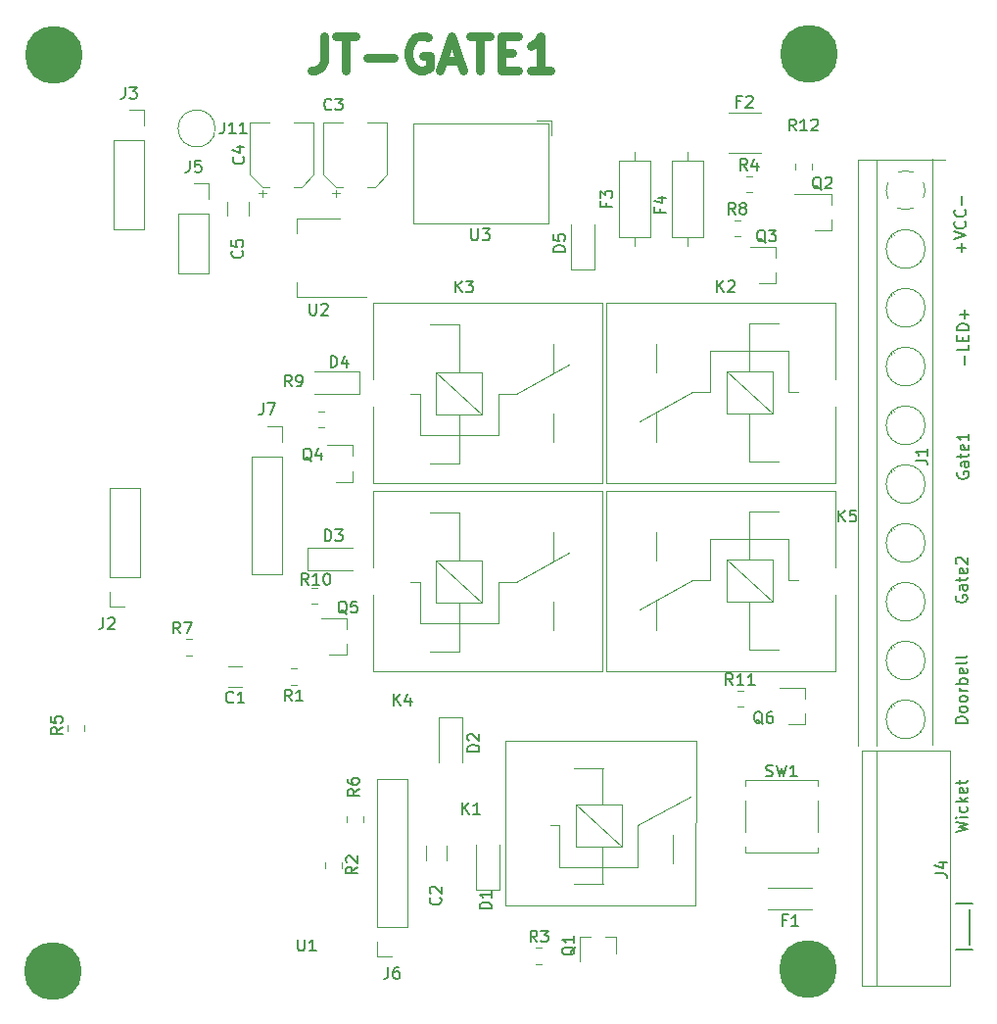
<source format=gbr>
%TF.GenerationSoftware,KiCad,Pcbnew,6.0.4-6f826c9f35~116~ubuntu22.04.1*%
%TF.CreationDate,2022-04-22T21:12:32+02:00*%
%TF.ProjectId,BRAMA,4252414d-412e-46b6-9963-61645f706362,rev?*%
%TF.SameCoordinates,Original*%
%TF.FileFunction,Legend,Top*%
%TF.FilePolarity,Positive*%
%FSLAX46Y46*%
G04 Gerber Fmt 4.6, Leading zero omitted, Abs format (unit mm)*
G04 Created by KiCad (PCBNEW 6.0.4-6f826c9f35~116~ubuntu22.04.1) date 2022-04-22 21:12:32*
%MOMM*%
%LPD*%
G01*
G04 APERTURE LIST*
%ADD10C,0.150000*%
%ADD11C,0.750000*%
%ADD12C,0.254000*%
%ADD13C,0.120000*%
%ADD14C,5.000000*%
G04 APERTURE END LIST*
D10*
X228163380Y-108163952D02*
X227163380Y-108163952D01*
X227163380Y-107925857D01*
X227211000Y-107783000D01*
X227306238Y-107687761D01*
X227401476Y-107640142D01*
X227591952Y-107592523D01*
X227734809Y-107592523D01*
X227925285Y-107640142D01*
X228020523Y-107687761D01*
X228115761Y-107783000D01*
X228163380Y-107925857D01*
X228163380Y-108163952D01*
X228163380Y-107021095D02*
X228115761Y-107116333D01*
X228068142Y-107163952D01*
X227972904Y-107211571D01*
X227687190Y-107211571D01*
X227591952Y-107163952D01*
X227544333Y-107116333D01*
X227496714Y-107021095D01*
X227496714Y-106878238D01*
X227544333Y-106783000D01*
X227591952Y-106735380D01*
X227687190Y-106687761D01*
X227972904Y-106687761D01*
X228068142Y-106735380D01*
X228115761Y-106783000D01*
X228163380Y-106878238D01*
X228163380Y-107021095D01*
X228163380Y-106116333D02*
X228115761Y-106211571D01*
X228068142Y-106259190D01*
X227972904Y-106306809D01*
X227687190Y-106306809D01*
X227591952Y-106259190D01*
X227544333Y-106211571D01*
X227496714Y-106116333D01*
X227496714Y-105973476D01*
X227544333Y-105878238D01*
X227591952Y-105830619D01*
X227687190Y-105783000D01*
X227972904Y-105783000D01*
X228068142Y-105830619D01*
X228115761Y-105878238D01*
X228163380Y-105973476D01*
X228163380Y-106116333D01*
X228163380Y-105354428D02*
X227496714Y-105354428D01*
X227687190Y-105354428D02*
X227591952Y-105306809D01*
X227544333Y-105259190D01*
X227496714Y-105163952D01*
X227496714Y-105068714D01*
X228163380Y-104735380D02*
X227163380Y-104735380D01*
X227544333Y-104735380D02*
X227496714Y-104640142D01*
X227496714Y-104449666D01*
X227544333Y-104354428D01*
X227591952Y-104306809D01*
X227687190Y-104259190D01*
X227972904Y-104259190D01*
X228068142Y-104306809D01*
X228115761Y-104354428D01*
X228163380Y-104449666D01*
X228163380Y-104640142D01*
X228115761Y-104735380D01*
X228115761Y-103449666D02*
X228163380Y-103544904D01*
X228163380Y-103735380D01*
X228115761Y-103830619D01*
X228020523Y-103878238D01*
X227639571Y-103878238D01*
X227544333Y-103830619D01*
X227496714Y-103735380D01*
X227496714Y-103544904D01*
X227544333Y-103449666D01*
X227639571Y-103402047D01*
X227734809Y-103402047D01*
X227830047Y-103878238D01*
X228163380Y-102830619D02*
X228115761Y-102925857D01*
X228020523Y-102973476D01*
X227163380Y-102973476D01*
X228163380Y-102306809D02*
X228115761Y-102402047D01*
X228020523Y-102449666D01*
X227163380Y-102449666D01*
X227211000Y-97138952D02*
X227163380Y-97234190D01*
X227163380Y-97377047D01*
X227211000Y-97519904D01*
X227306238Y-97615142D01*
X227401476Y-97662761D01*
X227591952Y-97710380D01*
X227734809Y-97710380D01*
X227925285Y-97662761D01*
X228020523Y-97615142D01*
X228115761Y-97519904D01*
X228163380Y-97377047D01*
X228163380Y-97281809D01*
X228115761Y-97138952D01*
X228068142Y-97091333D01*
X227734809Y-97091333D01*
X227734809Y-97281809D01*
X228163380Y-96234190D02*
X227639571Y-96234190D01*
X227544333Y-96281809D01*
X227496714Y-96377047D01*
X227496714Y-96567523D01*
X227544333Y-96662761D01*
X228115761Y-96234190D02*
X228163380Y-96329428D01*
X228163380Y-96567523D01*
X228115761Y-96662761D01*
X228020523Y-96710380D01*
X227925285Y-96710380D01*
X227830047Y-96662761D01*
X227782428Y-96567523D01*
X227782428Y-96329428D01*
X227734809Y-96234190D01*
X227496714Y-95900857D02*
X227496714Y-95519904D01*
X227163380Y-95758000D02*
X228020523Y-95758000D01*
X228115761Y-95710380D01*
X228163380Y-95615142D01*
X228163380Y-95519904D01*
X228115761Y-94805619D02*
X228163380Y-94900857D01*
X228163380Y-95091333D01*
X228115761Y-95186571D01*
X228020523Y-95234190D01*
X227639571Y-95234190D01*
X227544333Y-95186571D01*
X227496714Y-95091333D01*
X227496714Y-94900857D01*
X227544333Y-94805619D01*
X227639571Y-94758000D01*
X227734809Y-94758000D01*
X227830047Y-95234190D01*
X227258619Y-94377047D02*
X227211000Y-94329428D01*
X227163380Y-94234190D01*
X227163380Y-93996095D01*
X227211000Y-93900857D01*
X227258619Y-93853238D01*
X227353857Y-93805619D01*
X227449095Y-93805619D01*
X227591952Y-93853238D01*
X228163380Y-94424666D01*
X228163380Y-93805619D01*
X227909428Y-77160142D02*
X227909428Y-76398238D01*
X228290380Y-75445857D02*
X228290380Y-75922047D01*
X227290380Y-75922047D01*
X227766571Y-75112523D02*
X227766571Y-74779190D01*
X228290380Y-74636333D02*
X228290380Y-75112523D01*
X227290380Y-75112523D01*
X227290380Y-74636333D01*
X228290380Y-74207761D02*
X227290380Y-74207761D01*
X227290380Y-73969666D01*
X227338000Y-73826809D01*
X227433238Y-73731571D01*
X227528476Y-73683952D01*
X227718952Y-73636333D01*
X227861809Y-73636333D01*
X228052285Y-73683952D01*
X228147523Y-73731571D01*
X228242761Y-73826809D01*
X228290380Y-73969666D01*
X228290380Y-74207761D01*
X227909428Y-73207761D02*
X227909428Y-72445857D01*
X228290380Y-72826809D02*
X227528476Y-72826809D01*
X227163380Y-117530285D02*
X228163380Y-117292190D01*
X227449095Y-117101714D01*
X228163380Y-116911238D01*
X227163380Y-116673142D01*
X228163380Y-116292190D02*
X227496714Y-116292190D01*
X227163380Y-116292190D02*
X227211000Y-116339809D01*
X227258619Y-116292190D01*
X227211000Y-116244571D01*
X227163380Y-116292190D01*
X227258619Y-116292190D01*
X228115761Y-115387428D02*
X228163380Y-115482666D01*
X228163380Y-115673142D01*
X228115761Y-115768380D01*
X228068142Y-115816000D01*
X227972904Y-115863619D01*
X227687190Y-115863619D01*
X227591952Y-115816000D01*
X227544333Y-115768380D01*
X227496714Y-115673142D01*
X227496714Y-115482666D01*
X227544333Y-115387428D01*
X228163380Y-114958857D02*
X227163380Y-114958857D01*
X227782428Y-114863619D02*
X228163380Y-114577904D01*
X227496714Y-114577904D02*
X227877666Y-114958857D01*
X228115761Y-113768380D02*
X228163380Y-113863619D01*
X228163380Y-114054095D01*
X228115761Y-114149333D01*
X228020523Y-114196952D01*
X227639571Y-114196952D01*
X227544333Y-114149333D01*
X227496714Y-114054095D01*
X227496714Y-113863619D01*
X227544333Y-113768380D01*
X227639571Y-113720761D01*
X227734809Y-113720761D01*
X227830047Y-114196952D01*
X227496714Y-113435047D02*
X227496714Y-113054095D01*
X227163380Y-113292190D02*
X228020523Y-113292190D01*
X228115761Y-113244571D01*
X228163380Y-113149333D01*
X228163380Y-113054095D01*
X227655428Y-67452571D02*
X227655428Y-66690666D01*
X228036380Y-67071619D02*
X227274476Y-67071619D01*
X227036380Y-66357333D02*
X228036380Y-66024000D01*
X227036380Y-65690666D01*
X227941142Y-64785904D02*
X227988761Y-64833523D01*
X228036380Y-64976380D01*
X228036380Y-65071619D01*
X227988761Y-65214476D01*
X227893523Y-65309714D01*
X227798285Y-65357333D01*
X227607809Y-65404952D01*
X227464952Y-65404952D01*
X227274476Y-65357333D01*
X227179238Y-65309714D01*
X227084000Y-65214476D01*
X227036380Y-65071619D01*
X227036380Y-64976380D01*
X227084000Y-64833523D01*
X227131619Y-64785904D01*
X227941142Y-63785904D02*
X227988761Y-63833523D01*
X228036380Y-63976380D01*
X228036380Y-64071619D01*
X227988761Y-64214476D01*
X227893523Y-64309714D01*
X227798285Y-64357333D01*
X227607809Y-64404952D01*
X227464952Y-64404952D01*
X227274476Y-64357333D01*
X227179238Y-64309714D01*
X227084000Y-64214476D01*
X227036380Y-64071619D01*
X227036380Y-63976380D01*
X227084000Y-63833523D01*
X227131619Y-63785904D01*
X227655428Y-63357333D02*
X227655428Y-62595428D01*
X228623714Y-127730000D02*
X227195142Y-127730000D01*
X228385619Y-127253809D02*
X228385619Y-126491904D01*
X228385619Y-126491904D02*
X228385619Y-125730000D01*
X228385619Y-125730000D02*
X228385619Y-124968095D01*
X228385619Y-124968095D02*
X228385619Y-124206190D01*
X228623714Y-123730000D02*
X227195142Y-123730000D01*
D11*
X172578285Y-48776142D02*
X172578285Y-50919000D01*
X172435428Y-51347571D01*
X172149714Y-51633285D01*
X171721142Y-51776142D01*
X171435428Y-51776142D01*
X173578285Y-48776142D02*
X175292571Y-48776142D01*
X174435428Y-51776142D02*
X174435428Y-48776142D01*
X176292571Y-50633285D02*
X178578285Y-50633285D01*
X181578285Y-48919000D02*
X181292571Y-48776142D01*
X180864000Y-48776142D01*
X180435428Y-48919000D01*
X180149714Y-49204714D01*
X180006857Y-49490428D01*
X179864000Y-50061857D01*
X179864000Y-50490428D01*
X180006857Y-51061857D01*
X180149714Y-51347571D01*
X180435428Y-51633285D01*
X180864000Y-51776142D01*
X181149714Y-51776142D01*
X181578285Y-51633285D01*
X181721142Y-51490428D01*
X181721142Y-50490428D01*
X181149714Y-50490428D01*
X182864000Y-50919000D02*
X184292571Y-50919000D01*
X182578285Y-51776142D02*
X183578285Y-48776142D01*
X184578285Y-51776142D01*
X185149714Y-48776142D02*
X186864000Y-48776142D01*
X186006857Y-51776142D02*
X186006857Y-48776142D01*
X187864000Y-50204714D02*
X188864000Y-50204714D01*
X189292571Y-51776142D02*
X187864000Y-51776142D01*
X187864000Y-48776142D01*
X189292571Y-48776142D01*
X192149714Y-51776142D02*
X190435428Y-51776142D01*
X191292571Y-51776142D02*
X191292571Y-48776142D01*
X191006857Y-49204714D01*
X190721142Y-49490428D01*
X190435428Y-49633285D01*
D10*
X227338000Y-86470952D02*
X227290380Y-86566190D01*
X227290380Y-86709047D01*
X227338000Y-86851904D01*
X227433238Y-86947142D01*
X227528476Y-86994761D01*
X227718952Y-87042380D01*
X227861809Y-87042380D01*
X228052285Y-86994761D01*
X228147523Y-86947142D01*
X228242761Y-86851904D01*
X228290380Y-86709047D01*
X228290380Y-86613809D01*
X228242761Y-86470952D01*
X228195142Y-86423333D01*
X227861809Y-86423333D01*
X227861809Y-86613809D01*
X228290380Y-85566190D02*
X227766571Y-85566190D01*
X227671333Y-85613809D01*
X227623714Y-85709047D01*
X227623714Y-85899523D01*
X227671333Y-85994761D01*
X228242761Y-85566190D02*
X228290380Y-85661428D01*
X228290380Y-85899523D01*
X228242761Y-85994761D01*
X228147523Y-86042380D01*
X228052285Y-86042380D01*
X227957047Y-85994761D01*
X227909428Y-85899523D01*
X227909428Y-85661428D01*
X227861809Y-85566190D01*
X227623714Y-85232857D02*
X227623714Y-84851904D01*
X227290380Y-85090000D02*
X228147523Y-85090000D01*
X228242761Y-85042380D01*
X228290380Y-84947142D01*
X228290380Y-84851904D01*
X228242761Y-84137619D02*
X228290380Y-84232857D01*
X228290380Y-84423333D01*
X228242761Y-84518571D01*
X228147523Y-84566190D01*
X227766571Y-84566190D01*
X227671333Y-84518571D01*
X227623714Y-84423333D01*
X227623714Y-84232857D01*
X227671333Y-84137619D01*
X227766571Y-84090000D01*
X227861809Y-84090000D01*
X227957047Y-84566190D01*
X228290380Y-83137619D02*
X228290380Y-83709047D01*
X228290380Y-83423333D02*
X227290380Y-83423333D01*
X227433238Y-83518571D01*
X227528476Y-83613809D01*
X227576095Y-83709047D01*
%TO.C,J1*%
X223686380Y-85436333D02*
X224400666Y-85436333D01*
X224543523Y-85483952D01*
X224638761Y-85579190D01*
X224686380Y-85722047D01*
X224686380Y-85817285D01*
X224686380Y-84436333D02*
X224686380Y-85007761D01*
X224686380Y-84722047D02*
X223686380Y-84722047D01*
X223829238Y-84817285D01*
X223924476Y-84912523D01*
X223972095Y-85007761D01*
%TO.C,R8*%
X208113333Y-64207380D02*
X207780000Y-63731190D01*
X207541904Y-64207380D02*
X207541904Y-63207380D01*
X207922857Y-63207380D01*
X208018095Y-63255000D01*
X208065714Y-63302619D01*
X208113333Y-63397857D01*
X208113333Y-63540714D01*
X208065714Y-63635952D01*
X208018095Y-63683571D01*
X207922857Y-63731190D01*
X207541904Y-63731190D01*
X208684761Y-63635952D02*
X208589523Y-63588333D01*
X208541904Y-63540714D01*
X208494285Y-63445476D01*
X208494285Y-63397857D01*
X208541904Y-63302619D01*
X208589523Y-63255000D01*
X208684761Y-63207380D01*
X208875238Y-63207380D01*
X208970476Y-63255000D01*
X209018095Y-63302619D01*
X209065714Y-63397857D01*
X209065714Y-63445476D01*
X209018095Y-63540714D01*
X208970476Y-63588333D01*
X208875238Y-63635952D01*
X208684761Y-63635952D01*
X208589523Y-63683571D01*
X208541904Y-63731190D01*
X208494285Y-63826428D01*
X208494285Y-64016904D01*
X208541904Y-64112142D01*
X208589523Y-64159761D01*
X208684761Y-64207380D01*
X208875238Y-64207380D01*
X208970476Y-64159761D01*
X209018095Y-64112142D01*
X209065714Y-64016904D01*
X209065714Y-63826428D01*
X209018095Y-63731190D01*
X208970476Y-63683571D01*
X208875238Y-63635952D01*
%TO.C,J3*%
X155368666Y-53197380D02*
X155368666Y-53911666D01*
X155321047Y-54054523D01*
X155225809Y-54149761D01*
X155082952Y-54197380D01*
X154987714Y-54197380D01*
X155749619Y-53197380D02*
X156368666Y-53197380D01*
X156035333Y-53578333D01*
X156178190Y-53578333D01*
X156273428Y-53625952D01*
X156321047Y-53673571D01*
X156368666Y-53768809D01*
X156368666Y-54006904D01*
X156321047Y-54102142D01*
X156273428Y-54149761D01*
X156178190Y-54197380D01*
X155892476Y-54197380D01*
X155797238Y-54149761D01*
X155749619Y-54102142D01*
%TO.C,R2*%
X175457380Y-120571666D02*
X174981190Y-120905000D01*
X175457380Y-121143095D02*
X174457380Y-121143095D01*
X174457380Y-120762142D01*
X174505000Y-120666904D01*
X174552619Y-120619285D01*
X174647857Y-120571666D01*
X174790714Y-120571666D01*
X174885952Y-120619285D01*
X174933571Y-120666904D01*
X174981190Y-120762142D01*
X174981190Y-121143095D01*
X174552619Y-120190714D02*
X174505000Y-120143095D01*
X174457380Y-120047857D01*
X174457380Y-119809761D01*
X174505000Y-119714523D01*
X174552619Y-119666904D01*
X174647857Y-119619285D01*
X174743095Y-119619285D01*
X174885952Y-119666904D01*
X175457380Y-120238333D01*
X175457380Y-119619285D01*
%TO.C,Q2*%
X215550761Y-62055619D02*
X215455523Y-62008000D01*
X215360285Y-61912761D01*
X215217428Y-61769904D01*
X215122190Y-61722285D01*
X215026952Y-61722285D01*
X215074571Y-61960380D02*
X214979333Y-61912761D01*
X214884095Y-61817523D01*
X214836476Y-61627047D01*
X214836476Y-61293714D01*
X214884095Y-61103238D01*
X214979333Y-61008000D01*
X215074571Y-60960380D01*
X215265047Y-60960380D01*
X215360285Y-61008000D01*
X215455523Y-61103238D01*
X215503142Y-61293714D01*
X215503142Y-61627047D01*
X215455523Y-61817523D01*
X215360285Y-61912761D01*
X215265047Y-61960380D01*
X215074571Y-61960380D01*
X215884095Y-61055619D02*
X215931714Y-61008000D01*
X216026952Y-60960380D01*
X216265047Y-60960380D01*
X216360285Y-61008000D01*
X216407904Y-61055619D01*
X216455523Y-61150857D01*
X216455523Y-61246095D01*
X216407904Y-61388952D01*
X215836476Y-61960380D01*
X216455523Y-61960380D01*
%TO.C,C2*%
X182602142Y-123229666D02*
X182649761Y-123277285D01*
X182697380Y-123420142D01*
X182697380Y-123515380D01*
X182649761Y-123658238D01*
X182554523Y-123753476D01*
X182459285Y-123801095D01*
X182268809Y-123848714D01*
X182125952Y-123848714D01*
X181935476Y-123801095D01*
X181840238Y-123753476D01*
X181745000Y-123658238D01*
X181697380Y-123515380D01*
X181697380Y-123420142D01*
X181745000Y-123277285D01*
X181792619Y-123229666D01*
X181792619Y-122848714D02*
X181745000Y-122801095D01*
X181697380Y-122705857D01*
X181697380Y-122467761D01*
X181745000Y-122372523D01*
X181792619Y-122324904D01*
X181887857Y-122277285D01*
X181983095Y-122277285D01*
X182125952Y-122324904D01*
X182697380Y-122896333D01*
X182697380Y-122277285D01*
%TO.C,Q5*%
X174529761Y-98718619D02*
X174434523Y-98671000D01*
X174339285Y-98575761D01*
X174196428Y-98432904D01*
X174101190Y-98385285D01*
X174005952Y-98385285D01*
X174053571Y-98623380D02*
X173958333Y-98575761D01*
X173863095Y-98480523D01*
X173815476Y-98290047D01*
X173815476Y-97956714D01*
X173863095Y-97766238D01*
X173958333Y-97671000D01*
X174053571Y-97623380D01*
X174244047Y-97623380D01*
X174339285Y-97671000D01*
X174434523Y-97766238D01*
X174482142Y-97956714D01*
X174482142Y-98290047D01*
X174434523Y-98480523D01*
X174339285Y-98575761D01*
X174244047Y-98623380D01*
X174053571Y-98623380D01*
X175386904Y-97623380D02*
X174910714Y-97623380D01*
X174863095Y-98099571D01*
X174910714Y-98051952D01*
X175005952Y-98004333D01*
X175244047Y-98004333D01*
X175339285Y-98051952D01*
X175386904Y-98099571D01*
X175434523Y-98194809D01*
X175434523Y-98432904D01*
X175386904Y-98528142D01*
X175339285Y-98575761D01*
X175244047Y-98623380D01*
X175005952Y-98623380D01*
X174910714Y-98575761D01*
X174863095Y-98528142D01*
%TO.C,K5*%
X217057904Y-90749380D02*
X217057904Y-89749380D01*
X217629333Y-90749380D02*
X217200761Y-90177952D01*
X217629333Y-89749380D02*
X217057904Y-90320809D01*
X218534095Y-89749380D02*
X218057904Y-89749380D01*
X218010285Y-90225571D01*
X218057904Y-90177952D01*
X218153142Y-90130333D01*
X218391238Y-90130333D01*
X218486476Y-90177952D01*
X218534095Y-90225571D01*
X218581714Y-90320809D01*
X218581714Y-90558904D01*
X218534095Y-90654142D01*
X218486476Y-90701761D01*
X218391238Y-90749380D01*
X218153142Y-90749380D01*
X218057904Y-90701761D01*
X218010285Y-90654142D01*
%TO.C,F4*%
X201604571Y-63706333D02*
X201604571Y-64039666D01*
X202128380Y-64039666D02*
X201128380Y-64039666D01*
X201128380Y-63563476D01*
X201461714Y-62753952D02*
X202128380Y-62753952D01*
X201080761Y-62992047D02*
X201795047Y-63230142D01*
X201795047Y-62611095D01*
%TO.C,Q3*%
X210724761Y-66627619D02*
X210629523Y-66580000D01*
X210534285Y-66484761D01*
X210391428Y-66341904D01*
X210296190Y-66294285D01*
X210200952Y-66294285D01*
X210248571Y-66532380D02*
X210153333Y-66484761D01*
X210058095Y-66389523D01*
X210010476Y-66199047D01*
X210010476Y-65865714D01*
X210058095Y-65675238D01*
X210153333Y-65580000D01*
X210248571Y-65532380D01*
X210439047Y-65532380D01*
X210534285Y-65580000D01*
X210629523Y-65675238D01*
X210677142Y-65865714D01*
X210677142Y-66199047D01*
X210629523Y-66389523D01*
X210534285Y-66484761D01*
X210439047Y-66532380D01*
X210248571Y-66532380D01*
X211010476Y-65532380D02*
X211629523Y-65532380D01*
X211296190Y-65913333D01*
X211439047Y-65913333D01*
X211534285Y-65960952D01*
X211581904Y-66008571D01*
X211629523Y-66103809D01*
X211629523Y-66341904D01*
X211581904Y-66437142D01*
X211534285Y-66484761D01*
X211439047Y-66532380D01*
X211153333Y-66532380D01*
X211058095Y-66484761D01*
X211010476Y-66437142D01*
%TO.C,F2*%
X208581666Y-54428571D02*
X208248333Y-54428571D01*
X208248333Y-54952380D02*
X208248333Y-53952380D01*
X208724523Y-53952380D01*
X209057857Y-54047619D02*
X209105476Y-54000000D01*
X209200714Y-53952380D01*
X209438809Y-53952380D01*
X209534047Y-54000000D01*
X209581666Y-54047619D01*
X209629285Y-54142857D01*
X209629285Y-54238095D01*
X209581666Y-54380952D01*
X209010238Y-54952380D01*
X209629285Y-54952380D01*
%TO.C,F3*%
X196948571Y-63198333D02*
X196948571Y-63531666D01*
X197472380Y-63531666D02*
X196472380Y-63531666D01*
X196472380Y-63055476D01*
X196472380Y-62769761D02*
X196472380Y-62150714D01*
X196853333Y-62484047D01*
X196853333Y-62341190D01*
X196900952Y-62245952D01*
X196948571Y-62198333D01*
X197043809Y-62150714D01*
X197281904Y-62150714D01*
X197377142Y-62198333D01*
X197424761Y-62245952D01*
X197472380Y-62341190D01*
X197472380Y-62626904D01*
X197424761Y-62722142D01*
X197377142Y-62769761D01*
%TO.C,K4*%
X178585904Y-106624380D02*
X178585904Y-105624380D01*
X179157333Y-106624380D02*
X178728761Y-106052952D01*
X179157333Y-105624380D02*
X178585904Y-106195809D01*
X180014476Y-105957714D02*
X180014476Y-106624380D01*
X179776380Y-105576761D02*
X179538285Y-106291047D01*
X180157333Y-106291047D01*
%TO.C,Q4*%
X171481761Y-85510619D02*
X171386523Y-85463000D01*
X171291285Y-85367761D01*
X171148428Y-85224904D01*
X171053190Y-85177285D01*
X170957952Y-85177285D01*
X171005571Y-85415380D02*
X170910333Y-85367761D01*
X170815095Y-85272523D01*
X170767476Y-85082047D01*
X170767476Y-84748714D01*
X170815095Y-84558238D01*
X170910333Y-84463000D01*
X171005571Y-84415380D01*
X171196047Y-84415380D01*
X171291285Y-84463000D01*
X171386523Y-84558238D01*
X171434142Y-84748714D01*
X171434142Y-85082047D01*
X171386523Y-85272523D01*
X171291285Y-85367761D01*
X171196047Y-85415380D01*
X171005571Y-85415380D01*
X172291285Y-84748714D02*
X172291285Y-85415380D01*
X172053190Y-84367761D02*
X171815095Y-85082047D01*
X172434142Y-85082047D01*
%TO.C,J4*%
X225385380Y-121110333D02*
X226099666Y-121110333D01*
X226242523Y-121157952D01*
X226337761Y-121253190D01*
X226385380Y-121396047D01*
X226385380Y-121491285D01*
X225718714Y-120205571D02*
X226385380Y-120205571D01*
X225337761Y-120443666D02*
X226052047Y-120681761D01*
X226052047Y-120062714D01*
%TO.C,R1*%
X169768333Y-106242380D02*
X169435000Y-105766190D01*
X169196904Y-106242380D02*
X169196904Y-105242380D01*
X169577857Y-105242380D01*
X169673095Y-105290000D01*
X169720714Y-105337619D01*
X169768333Y-105432857D01*
X169768333Y-105575714D01*
X169720714Y-105670952D01*
X169673095Y-105718571D01*
X169577857Y-105766190D01*
X169196904Y-105766190D01*
X170720714Y-106242380D02*
X170149285Y-106242380D01*
X170435000Y-106242380D02*
X170435000Y-105242380D01*
X170339761Y-105385238D01*
X170244523Y-105480476D01*
X170149285Y-105528095D01*
%TO.C,SW1*%
X210756666Y-112709761D02*
X210899523Y-112757380D01*
X211137619Y-112757380D01*
X211232857Y-112709761D01*
X211280476Y-112662142D01*
X211328095Y-112566904D01*
X211328095Y-112471666D01*
X211280476Y-112376428D01*
X211232857Y-112328809D01*
X211137619Y-112281190D01*
X210947142Y-112233571D01*
X210851904Y-112185952D01*
X210804285Y-112138333D01*
X210756666Y-112043095D01*
X210756666Y-111947857D01*
X210804285Y-111852619D01*
X210851904Y-111805000D01*
X210947142Y-111757380D01*
X211185238Y-111757380D01*
X211328095Y-111805000D01*
X211661428Y-111757380D02*
X211899523Y-112757380D01*
X212090000Y-112043095D01*
X212280476Y-112757380D01*
X212518571Y-111757380D01*
X213423333Y-112757380D02*
X212851904Y-112757380D01*
X213137619Y-112757380D02*
X213137619Y-111757380D01*
X213042380Y-111900238D01*
X212947142Y-111995476D01*
X212851904Y-112043095D01*
%TO.C,U2*%
X171323095Y-71897380D02*
X171323095Y-72706904D01*
X171370714Y-72802142D01*
X171418333Y-72849761D01*
X171513571Y-72897380D01*
X171704047Y-72897380D01*
X171799285Y-72849761D01*
X171846904Y-72802142D01*
X171894523Y-72706904D01*
X171894523Y-71897380D01*
X172323095Y-71992619D02*
X172370714Y-71945000D01*
X172465952Y-71897380D01*
X172704047Y-71897380D01*
X172799285Y-71945000D01*
X172846904Y-71992619D01*
X172894523Y-72087857D01*
X172894523Y-72183095D01*
X172846904Y-72325952D01*
X172275476Y-72897380D01*
X172894523Y-72897380D01*
%TO.C,R3*%
X190968333Y-127072380D02*
X190635000Y-126596190D01*
X190396904Y-127072380D02*
X190396904Y-126072380D01*
X190777857Y-126072380D01*
X190873095Y-126120000D01*
X190920714Y-126167619D01*
X190968333Y-126262857D01*
X190968333Y-126405714D01*
X190920714Y-126500952D01*
X190873095Y-126548571D01*
X190777857Y-126596190D01*
X190396904Y-126596190D01*
X191301666Y-126072380D02*
X191920714Y-126072380D01*
X191587380Y-126453333D01*
X191730238Y-126453333D01*
X191825476Y-126500952D01*
X191873095Y-126548571D01*
X191920714Y-126643809D01*
X191920714Y-126881904D01*
X191873095Y-126977142D01*
X191825476Y-127024761D01*
X191730238Y-127072380D01*
X191444523Y-127072380D01*
X191349285Y-127024761D01*
X191301666Y-126977142D01*
%TO.C,U1*%
X170307095Y-126833380D02*
X170307095Y-127642904D01*
X170354714Y-127738142D01*
X170402333Y-127785761D01*
X170497571Y-127833380D01*
X170688047Y-127833380D01*
X170783285Y-127785761D01*
X170830904Y-127738142D01*
X170878523Y-127642904D01*
X170878523Y-126833380D01*
X171878523Y-127833380D02*
X171307095Y-127833380D01*
X171592809Y-127833380D02*
X171592809Y-126833380D01*
X171497571Y-126976238D01*
X171402333Y-127071476D01*
X171307095Y-127119095D01*
%TO.C,C4*%
X165567142Y-59221666D02*
X165614761Y-59269285D01*
X165662380Y-59412142D01*
X165662380Y-59507380D01*
X165614761Y-59650238D01*
X165519523Y-59745476D01*
X165424285Y-59793095D01*
X165233809Y-59840714D01*
X165090952Y-59840714D01*
X164900476Y-59793095D01*
X164805238Y-59745476D01*
X164710000Y-59650238D01*
X164662380Y-59507380D01*
X164662380Y-59412142D01*
X164710000Y-59269285D01*
X164757619Y-59221666D01*
X164995714Y-58364523D02*
X165662380Y-58364523D01*
X164614761Y-58602619D02*
X165329047Y-58840714D01*
X165329047Y-58221666D01*
%TO.C,R12*%
X213352142Y-56967380D02*
X213018809Y-56491190D01*
X212780714Y-56967380D02*
X212780714Y-55967380D01*
X213161666Y-55967380D01*
X213256904Y-56015000D01*
X213304523Y-56062619D01*
X213352142Y-56157857D01*
X213352142Y-56300714D01*
X213304523Y-56395952D01*
X213256904Y-56443571D01*
X213161666Y-56491190D01*
X212780714Y-56491190D01*
X214304523Y-56967380D02*
X213733095Y-56967380D01*
X214018809Y-56967380D02*
X214018809Y-55967380D01*
X213923571Y-56110238D01*
X213828333Y-56205476D01*
X213733095Y-56253095D01*
X214685476Y-56062619D02*
X214733095Y-56015000D01*
X214828333Y-55967380D01*
X215066428Y-55967380D01*
X215161666Y-56015000D01*
X215209285Y-56062619D01*
X215256904Y-56157857D01*
X215256904Y-56253095D01*
X215209285Y-56395952D01*
X214637857Y-56967380D01*
X215256904Y-56967380D01*
%TO.C,D5*%
X193397380Y-67413095D02*
X192397380Y-67413095D01*
X192397380Y-67175000D01*
X192445000Y-67032142D01*
X192540238Y-66936904D01*
X192635476Y-66889285D01*
X192825952Y-66841666D01*
X192968809Y-66841666D01*
X193159285Y-66889285D01*
X193254523Y-66936904D01*
X193349761Y-67032142D01*
X193397380Y-67175000D01*
X193397380Y-67413095D01*
X192397380Y-65936904D02*
X192397380Y-66413095D01*
X192873571Y-66460714D01*
X192825952Y-66413095D01*
X192778333Y-66317857D01*
X192778333Y-66079761D01*
X192825952Y-65984523D01*
X192873571Y-65936904D01*
X192968809Y-65889285D01*
X193206904Y-65889285D01*
X193302142Y-65936904D01*
X193349761Y-65984523D01*
X193397380Y-66079761D01*
X193397380Y-66317857D01*
X193349761Y-66413095D01*
X193302142Y-66460714D01*
%TO.C,R5*%
X149931380Y-108497666D02*
X149455190Y-108831000D01*
X149931380Y-109069095D02*
X148931380Y-109069095D01*
X148931380Y-108688142D01*
X148979000Y-108592904D01*
X149026619Y-108545285D01*
X149121857Y-108497666D01*
X149264714Y-108497666D01*
X149359952Y-108545285D01*
X149407571Y-108592904D01*
X149455190Y-108688142D01*
X149455190Y-109069095D01*
X148931380Y-107592904D02*
X148931380Y-108069095D01*
X149407571Y-108116714D01*
X149359952Y-108069095D01*
X149312333Y-107973857D01*
X149312333Y-107735761D01*
X149359952Y-107640523D01*
X149407571Y-107592904D01*
X149502809Y-107545285D01*
X149740904Y-107545285D01*
X149836142Y-107592904D01*
X149883761Y-107640523D01*
X149931380Y-107735761D01*
X149931380Y-107973857D01*
X149883761Y-108069095D01*
X149836142Y-108116714D01*
%TO.C,C1*%
X164715833Y-106317142D02*
X164668214Y-106364761D01*
X164525357Y-106412380D01*
X164430119Y-106412380D01*
X164287261Y-106364761D01*
X164192023Y-106269523D01*
X164144404Y-106174285D01*
X164096785Y-105983809D01*
X164096785Y-105840952D01*
X164144404Y-105650476D01*
X164192023Y-105555238D01*
X164287261Y-105460000D01*
X164430119Y-105412380D01*
X164525357Y-105412380D01*
X164668214Y-105460000D01*
X164715833Y-105507619D01*
X165668214Y-106412380D02*
X165096785Y-106412380D01*
X165382500Y-106412380D02*
X165382500Y-105412380D01*
X165287261Y-105555238D01*
X165192023Y-105650476D01*
X165096785Y-105698095D01*
%TO.C,R6*%
X175585380Y-113831666D02*
X175109190Y-114165000D01*
X175585380Y-114403095D02*
X174585380Y-114403095D01*
X174585380Y-114022142D01*
X174633000Y-113926904D01*
X174680619Y-113879285D01*
X174775857Y-113831666D01*
X174918714Y-113831666D01*
X175013952Y-113879285D01*
X175061571Y-113926904D01*
X175109190Y-114022142D01*
X175109190Y-114403095D01*
X174585380Y-112974523D02*
X174585380Y-113165000D01*
X174633000Y-113260238D01*
X174680619Y-113307857D01*
X174823476Y-113403095D01*
X175013952Y-113450714D01*
X175394904Y-113450714D01*
X175490142Y-113403095D01*
X175537761Y-113355476D01*
X175585380Y-113260238D01*
X175585380Y-113069761D01*
X175537761Y-112974523D01*
X175490142Y-112926904D01*
X175394904Y-112879285D01*
X175156809Y-112879285D01*
X175061571Y-112926904D01*
X175013952Y-112974523D01*
X174966333Y-113069761D01*
X174966333Y-113260238D01*
X175013952Y-113355476D01*
X175061571Y-113403095D01*
X175156809Y-113450714D01*
%TO.C,R9*%
X169759333Y-79065380D02*
X169426000Y-78589190D01*
X169187904Y-79065380D02*
X169187904Y-78065380D01*
X169568857Y-78065380D01*
X169664095Y-78113000D01*
X169711714Y-78160619D01*
X169759333Y-78255857D01*
X169759333Y-78398714D01*
X169711714Y-78493952D01*
X169664095Y-78541571D01*
X169568857Y-78589190D01*
X169187904Y-78589190D01*
X170235523Y-79065380D02*
X170426000Y-79065380D01*
X170521238Y-79017761D01*
X170568857Y-78970142D01*
X170664095Y-78827285D01*
X170711714Y-78636809D01*
X170711714Y-78255857D01*
X170664095Y-78160619D01*
X170616476Y-78113000D01*
X170521238Y-78065380D01*
X170330761Y-78065380D01*
X170235523Y-78113000D01*
X170187904Y-78160619D01*
X170140285Y-78255857D01*
X170140285Y-78493952D01*
X170187904Y-78589190D01*
X170235523Y-78636809D01*
X170330761Y-78684428D01*
X170521238Y-78684428D01*
X170616476Y-78636809D01*
X170664095Y-78589190D01*
X170711714Y-78493952D01*
%TO.C,F1*%
X212518666Y-125165571D02*
X212185333Y-125165571D01*
X212185333Y-125689380D02*
X212185333Y-124689380D01*
X212661523Y-124689380D01*
X213566285Y-125689380D02*
X212994857Y-125689380D01*
X213280571Y-125689380D02*
X213280571Y-124689380D01*
X213185333Y-124832238D01*
X213090095Y-124927476D01*
X212994857Y-124975095D01*
%TO.C,R10*%
X171188142Y-96210380D02*
X170854809Y-95734190D01*
X170616714Y-96210380D02*
X170616714Y-95210380D01*
X170997666Y-95210380D01*
X171092904Y-95258000D01*
X171140523Y-95305619D01*
X171188142Y-95400857D01*
X171188142Y-95543714D01*
X171140523Y-95638952D01*
X171092904Y-95686571D01*
X170997666Y-95734190D01*
X170616714Y-95734190D01*
X172140523Y-96210380D02*
X171569095Y-96210380D01*
X171854809Y-96210380D02*
X171854809Y-95210380D01*
X171759571Y-95353238D01*
X171664333Y-95448476D01*
X171569095Y-95496095D01*
X172759571Y-95210380D02*
X172854809Y-95210380D01*
X172950047Y-95258000D01*
X172997666Y-95305619D01*
X173045285Y-95400857D01*
X173092904Y-95591333D01*
X173092904Y-95829428D01*
X173045285Y-96019904D01*
X172997666Y-96115142D01*
X172950047Y-96162761D01*
X172854809Y-96210380D01*
X172759571Y-96210380D01*
X172664333Y-96162761D01*
X172616714Y-96115142D01*
X172569095Y-96019904D01*
X172521476Y-95829428D01*
X172521476Y-95591333D01*
X172569095Y-95400857D01*
X172616714Y-95305619D01*
X172664333Y-95258000D01*
X172759571Y-95210380D01*
%TO.C,R11*%
X207882142Y-104847380D02*
X207548809Y-104371190D01*
X207310714Y-104847380D02*
X207310714Y-103847380D01*
X207691666Y-103847380D01*
X207786904Y-103895000D01*
X207834523Y-103942619D01*
X207882142Y-104037857D01*
X207882142Y-104180714D01*
X207834523Y-104275952D01*
X207786904Y-104323571D01*
X207691666Y-104371190D01*
X207310714Y-104371190D01*
X208834523Y-104847380D02*
X208263095Y-104847380D01*
X208548809Y-104847380D02*
X208548809Y-103847380D01*
X208453571Y-103990238D01*
X208358333Y-104085476D01*
X208263095Y-104133095D01*
X209786904Y-104847380D02*
X209215476Y-104847380D01*
X209501190Y-104847380D02*
X209501190Y-103847380D01*
X209405952Y-103990238D01*
X209310714Y-104085476D01*
X209215476Y-104133095D01*
%TO.C,D3*%
X172616904Y-92432380D02*
X172616904Y-91432380D01*
X172855000Y-91432380D01*
X172997857Y-91480000D01*
X173093095Y-91575238D01*
X173140714Y-91670476D01*
X173188333Y-91860952D01*
X173188333Y-92003809D01*
X173140714Y-92194285D01*
X173093095Y-92289523D01*
X172997857Y-92384761D01*
X172855000Y-92432380D01*
X172616904Y-92432380D01*
X173521666Y-91432380D02*
X174140714Y-91432380D01*
X173807380Y-91813333D01*
X173950238Y-91813333D01*
X174045476Y-91860952D01*
X174093095Y-91908571D01*
X174140714Y-92003809D01*
X174140714Y-92241904D01*
X174093095Y-92337142D01*
X174045476Y-92384761D01*
X173950238Y-92432380D01*
X173664523Y-92432380D01*
X173569285Y-92384761D01*
X173521666Y-92337142D01*
%TO.C,D2*%
X185967380Y-110593095D02*
X184967380Y-110593095D01*
X184967380Y-110355000D01*
X185015000Y-110212142D01*
X185110238Y-110116904D01*
X185205476Y-110069285D01*
X185395952Y-110021666D01*
X185538809Y-110021666D01*
X185729285Y-110069285D01*
X185824523Y-110116904D01*
X185919761Y-110212142D01*
X185967380Y-110355000D01*
X185967380Y-110593095D01*
X185062619Y-109640714D02*
X185015000Y-109593095D01*
X184967380Y-109497857D01*
X184967380Y-109259761D01*
X185015000Y-109164523D01*
X185062619Y-109116904D01*
X185157857Y-109069285D01*
X185253095Y-109069285D01*
X185395952Y-109116904D01*
X185967380Y-109688333D01*
X185967380Y-109069285D01*
%TO.C,C3*%
X173188333Y-55094142D02*
X173140714Y-55141761D01*
X172997857Y-55189380D01*
X172902619Y-55189380D01*
X172759761Y-55141761D01*
X172664523Y-55046523D01*
X172616904Y-54951285D01*
X172569285Y-54760809D01*
X172569285Y-54617952D01*
X172616904Y-54427476D01*
X172664523Y-54332238D01*
X172759761Y-54237000D01*
X172902619Y-54189380D01*
X172997857Y-54189380D01*
X173140714Y-54237000D01*
X173188333Y-54284619D01*
X173521666Y-54189380D02*
X174140714Y-54189380D01*
X173807380Y-54570333D01*
X173950238Y-54570333D01*
X174045476Y-54617952D01*
X174093095Y-54665571D01*
X174140714Y-54760809D01*
X174140714Y-54998904D01*
X174093095Y-55094142D01*
X174045476Y-55141761D01*
X173950238Y-55189380D01*
X173664523Y-55189380D01*
X173569285Y-55141761D01*
X173521666Y-55094142D01*
%TO.C,J2*%
X153463666Y-99020380D02*
X153463666Y-99734666D01*
X153416047Y-99877523D01*
X153320809Y-99972761D01*
X153177952Y-100020380D01*
X153082714Y-100020380D01*
X153892238Y-99115619D02*
X153939857Y-99068000D01*
X154035095Y-99020380D01*
X154273190Y-99020380D01*
X154368428Y-99068000D01*
X154416047Y-99115619D01*
X154463666Y-99210857D01*
X154463666Y-99306095D01*
X154416047Y-99448952D01*
X153844619Y-100020380D01*
X154463666Y-100020380D01*
%TO.C,J7*%
X167306666Y-80502380D02*
X167306666Y-81216666D01*
X167259047Y-81359523D01*
X167163809Y-81454761D01*
X167020952Y-81502380D01*
X166925714Y-81502380D01*
X167687619Y-80502380D02*
X168354285Y-80502380D01*
X167925714Y-81502380D01*
%TO.C,R4*%
X209138333Y-60397380D02*
X208805000Y-59921190D01*
X208566904Y-60397380D02*
X208566904Y-59397380D01*
X208947857Y-59397380D01*
X209043095Y-59445000D01*
X209090714Y-59492619D01*
X209138333Y-59587857D01*
X209138333Y-59730714D01*
X209090714Y-59825952D01*
X209043095Y-59873571D01*
X208947857Y-59921190D01*
X208566904Y-59921190D01*
X209995476Y-59730714D02*
X209995476Y-60397380D01*
X209757380Y-59349761D02*
X209519285Y-60064047D01*
X210138333Y-60064047D01*
%TO.C,K1*%
X184511904Y-116022380D02*
X184511904Y-115022380D01*
X185083333Y-116022380D02*
X184654761Y-115450952D01*
X185083333Y-115022380D02*
X184511904Y-115593809D01*
X186035714Y-116022380D02*
X185464285Y-116022380D01*
X185750000Y-116022380D02*
X185750000Y-115022380D01*
X185654761Y-115165238D01*
X185559523Y-115260476D01*
X185464285Y-115308095D01*
%TO.C,Q1*%
X194262619Y-127460238D02*
X194215000Y-127555476D01*
X194119761Y-127650714D01*
X193976904Y-127793571D01*
X193929285Y-127888809D01*
X193929285Y-127984047D01*
X194167380Y-127936428D02*
X194119761Y-128031666D01*
X194024523Y-128126904D01*
X193834047Y-128174523D01*
X193500714Y-128174523D01*
X193310238Y-128126904D01*
X193215000Y-128031666D01*
X193167380Y-127936428D01*
X193167380Y-127745952D01*
X193215000Y-127650714D01*
X193310238Y-127555476D01*
X193500714Y-127507857D01*
X193834047Y-127507857D01*
X194024523Y-127555476D01*
X194119761Y-127650714D01*
X194167380Y-127745952D01*
X194167380Y-127936428D01*
X194167380Y-126555476D02*
X194167380Y-127126904D01*
X194167380Y-126841190D02*
X193167380Y-126841190D01*
X193310238Y-126936428D01*
X193405476Y-127031666D01*
X193453095Y-127126904D01*
%TO.C,J11*%
X163909476Y-56221380D02*
X163909476Y-56935666D01*
X163861857Y-57078523D01*
X163766619Y-57173761D01*
X163623761Y-57221380D01*
X163528523Y-57221380D01*
X164909476Y-57221380D02*
X164338047Y-57221380D01*
X164623761Y-57221380D02*
X164623761Y-56221380D01*
X164528523Y-56364238D01*
X164433285Y-56459476D01*
X164338047Y-56507095D01*
X165861857Y-57221380D02*
X165290428Y-57221380D01*
X165576142Y-57221380D02*
X165576142Y-56221380D01*
X165480904Y-56364238D01*
X165385666Y-56459476D01*
X165290428Y-56507095D01*
%TO.C,K2*%
X206544904Y-70881380D02*
X206544904Y-69881380D01*
X207116333Y-70881380D02*
X206687761Y-70309952D01*
X207116333Y-69881380D02*
X206544904Y-70452809D01*
X207497285Y-69976619D02*
X207544904Y-69929000D01*
X207640142Y-69881380D01*
X207878238Y-69881380D01*
X207973476Y-69929000D01*
X208021095Y-69976619D01*
X208068714Y-70071857D01*
X208068714Y-70167095D01*
X208021095Y-70309952D01*
X207449666Y-70881380D01*
X208068714Y-70881380D01*
%TO.C,J6*%
X178101666Y-129222380D02*
X178101666Y-129936666D01*
X178054047Y-130079523D01*
X177958809Y-130174761D01*
X177815952Y-130222380D01*
X177720714Y-130222380D01*
X179006428Y-129222380D02*
X178815952Y-129222380D01*
X178720714Y-129270000D01*
X178673095Y-129317619D01*
X178577857Y-129460476D01*
X178530238Y-129650952D01*
X178530238Y-130031904D01*
X178577857Y-130127142D01*
X178625476Y-130174761D01*
X178720714Y-130222380D01*
X178911190Y-130222380D01*
X179006428Y-130174761D01*
X179054047Y-130127142D01*
X179101666Y-130031904D01*
X179101666Y-129793809D01*
X179054047Y-129698571D01*
X179006428Y-129650952D01*
X178911190Y-129603333D01*
X178720714Y-129603333D01*
X178625476Y-129650952D01*
X178577857Y-129698571D01*
X178530238Y-129793809D01*
%TO.C,U3*%
X185293095Y-65432380D02*
X185293095Y-66241904D01*
X185340714Y-66337142D01*
X185388333Y-66384761D01*
X185483571Y-66432380D01*
X185674047Y-66432380D01*
X185769285Y-66384761D01*
X185816904Y-66337142D01*
X185864523Y-66241904D01*
X185864523Y-65432380D01*
X186245476Y-65432380D02*
X186864523Y-65432380D01*
X186531190Y-65813333D01*
X186674047Y-65813333D01*
X186769285Y-65860952D01*
X186816904Y-65908571D01*
X186864523Y-66003809D01*
X186864523Y-66241904D01*
X186816904Y-66337142D01*
X186769285Y-66384761D01*
X186674047Y-66432380D01*
X186388333Y-66432380D01*
X186293095Y-66384761D01*
X186245476Y-66337142D01*
%TO.C,K3*%
X183919904Y-70937380D02*
X183919904Y-69937380D01*
X184491333Y-70937380D02*
X184062761Y-70365952D01*
X184491333Y-69937380D02*
X183919904Y-70508809D01*
X184824666Y-69937380D02*
X185443714Y-69937380D01*
X185110380Y-70318333D01*
X185253238Y-70318333D01*
X185348476Y-70365952D01*
X185396095Y-70413571D01*
X185443714Y-70508809D01*
X185443714Y-70746904D01*
X185396095Y-70842142D01*
X185348476Y-70889761D01*
X185253238Y-70937380D01*
X184967523Y-70937380D01*
X184872285Y-70889761D01*
X184824666Y-70842142D01*
%TO.C,Q6*%
X210470761Y-108243619D02*
X210375523Y-108196000D01*
X210280285Y-108100761D01*
X210137428Y-107957904D01*
X210042190Y-107910285D01*
X209946952Y-107910285D01*
X209994571Y-108148380D02*
X209899333Y-108100761D01*
X209804095Y-108005523D01*
X209756476Y-107815047D01*
X209756476Y-107481714D01*
X209804095Y-107291238D01*
X209899333Y-107196000D01*
X209994571Y-107148380D01*
X210185047Y-107148380D01*
X210280285Y-107196000D01*
X210375523Y-107291238D01*
X210423142Y-107481714D01*
X210423142Y-107815047D01*
X210375523Y-108005523D01*
X210280285Y-108100761D01*
X210185047Y-108148380D01*
X209994571Y-108148380D01*
X211280285Y-107148380D02*
X211089809Y-107148380D01*
X210994571Y-107196000D01*
X210946952Y-107243619D01*
X210851714Y-107386476D01*
X210804095Y-107576952D01*
X210804095Y-107957904D01*
X210851714Y-108053142D01*
X210899333Y-108100761D01*
X210994571Y-108148380D01*
X211185047Y-108148380D01*
X211280285Y-108100761D01*
X211327904Y-108053142D01*
X211375523Y-107957904D01*
X211375523Y-107719809D01*
X211327904Y-107624571D01*
X211280285Y-107576952D01*
X211185047Y-107529333D01*
X210994571Y-107529333D01*
X210899333Y-107576952D01*
X210851714Y-107624571D01*
X210804095Y-107719809D01*
%TO.C,R7*%
X160107333Y-100401380D02*
X159774000Y-99925190D01*
X159535904Y-100401380D02*
X159535904Y-99401380D01*
X159916857Y-99401380D01*
X160012095Y-99449000D01*
X160059714Y-99496619D01*
X160107333Y-99591857D01*
X160107333Y-99734714D01*
X160059714Y-99829952D01*
X160012095Y-99877571D01*
X159916857Y-99925190D01*
X159535904Y-99925190D01*
X160440666Y-99401380D02*
X161107333Y-99401380D01*
X160678761Y-100401380D01*
%TO.C,C5*%
X165457142Y-67349666D02*
X165504761Y-67397285D01*
X165552380Y-67540142D01*
X165552380Y-67635380D01*
X165504761Y-67778238D01*
X165409523Y-67873476D01*
X165314285Y-67921095D01*
X165123809Y-67968714D01*
X164980952Y-67968714D01*
X164790476Y-67921095D01*
X164695238Y-67873476D01*
X164600000Y-67778238D01*
X164552380Y-67635380D01*
X164552380Y-67540142D01*
X164600000Y-67397285D01*
X164647619Y-67349666D01*
X164552380Y-66444904D02*
X164552380Y-66921095D01*
X165028571Y-66968714D01*
X164980952Y-66921095D01*
X164933333Y-66825857D01*
X164933333Y-66587761D01*
X164980952Y-66492523D01*
X165028571Y-66444904D01*
X165123809Y-66397285D01*
X165361904Y-66397285D01*
X165457142Y-66444904D01*
X165504761Y-66492523D01*
X165552380Y-66587761D01*
X165552380Y-66825857D01*
X165504761Y-66921095D01*
X165457142Y-66968714D01*
%TO.C,D1*%
X187015380Y-124182095D02*
X186015380Y-124182095D01*
X186015380Y-123944000D01*
X186063000Y-123801142D01*
X186158238Y-123705904D01*
X186253476Y-123658285D01*
X186443952Y-123610666D01*
X186586809Y-123610666D01*
X186777285Y-123658285D01*
X186872523Y-123705904D01*
X186967761Y-123801142D01*
X187015380Y-123944000D01*
X187015380Y-124182095D01*
X187015380Y-122658285D02*
X187015380Y-123229714D01*
X187015380Y-122944000D02*
X186015380Y-122944000D01*
X186158238Y-123039238D01*
X186253476Y-123134476D01*
X186301095Y-123229714D01*
%TO.C,J5*%
X160956666Y-59547380D02*
X160956666Y-60261666D01*
X160909047Y-60404523D01*
X160813809Y-60499761D01*
X160670952Y-60547380D01*
X160575714Y-60547380D01*
X161909047Y-59547380D02*
X161432857Y-59547380D01*
X161385238Y-60023571D01*
X161432857Y-59975952D01*
X161528095Y-59928333D01*
X161766190Y-59928333D01*
X161861428Y-59975952D01*
X161909047Y-60023571D01*
X161956666Y-60118809D01*
X161956666Y-60356904D01*
X161909047Y-60452142D01*
X161861428Y-60499761D01*
X161766190Y-60547380D01*
X161528095Y-60547380D01*
X161432857Y-60499761D01*
X161385238Y-60452142D01*
%TO.C,D4*%
X173124904Y-77414380D02*
X173124904Y-76414380D01*
X173363000Y-76414380D01*
X173505857Y-76462000D01*
X173601095Y-76557238D01*
X173648714Y-76652476D01*
X173696333Y-76842952D01*
X173696333Y-76985809D01*
X173648714Y-77176285D01*
X173601095Y-77271523D01*
X173505857Y-77366761D01*
X173363000Y-77414380D01*
X173124904Y-77414380D01*
X174553476Y-76747714D02*
X174553476Y-77414380D01*
X174315380Y-76366761D02*
X174077285Y-77081047D01*
X174696333Y-77081047D01*
D12*
%TO.C,pad_3mm*%
X216281000Y-50292000D02*
G75*
G03*
X216281000Y-50292000I-1778000J0D01*
G01*
X216154000Y-129413000D02*
G75*
G03*
X216154000Y-129413000I-1778000J0D01*
G01*
X150876000Y-129540000D02*
G75*
G03*
X150876000Y-129540000I-1778000J0D01*
G01*
X151003000Y-50419000D02*
G75*
G03*
X151003000Y-50419000I-1778000J0D01*
G01*
D13*
%TO.C,J1*%
X218734000Y-59503000D02*
X218734000Y-110103000D01*
X220334000Y-110103000D02*
X220334000Y-59503000D01*
X225134000Y-59403000D02*
X225134000Y-110003000D01*
X218734000Y-59503000D02*
X226234000Y-59503000D01*
X221154000Y-62103000D02*
G75*
G03*
X221299244Y-62786318I1680000J0D01*
G01*
X222150000Y-63638001D02*
G75*
G03*
X223517042Y-63638427I684000J1535001D01*
G01*
X224369001Y-62787000D02*
G75*
G03*
X224369427Y-61419958I-1535001J684000D01*
G01*
X223518000Y-60567999D02*
G75*
G03*
X222150958Y-60567573I-684000J-1535001D01*
G01*
X221299000Y-61419000D02*
G75*
G03*
X221153747Y-62131805I1535000J-684000D01*
G01*
X224514000Y-67183000D02*
G75*
G03*
X224514000Y-67183000I-1680000J0D01*
G01*
X224514000Y-72263000D02*
G75*
G03*
X224514000Y-72263000I-1680000J0D01*
G01*
X224514000Y-77343000D02*
G75*
G03*
X224514000Y-77343000I-1680000J0D01*
G01*
X224514000Y-82423000D02*
G75*
G03*
X224514000Y-82423000I-1680000J0D01*
G01*
X224514000Y-87503000D02*
G75*
G03*
X224514000Y-87503000I-1680000J0D01*
G01*
X224514000Y-92583000D02*
G75*
G03*
X224514000Y-92583000I-1680000J0D01*
G01*
X224514000Y-97663000D02*
G75*
G03*
X224514000Y-97663000I-1680000J0D01*
G01*
X224514000Y-102743000D02*
G75*
G03*
X224514000Y-102743000I-1680000J0D01*
G01*
X224514000Y-107823000D02*
G75*
G03*
X224514000Y-107823000I-1680000J0D01*
G01*
X223903000Y-68458000D02*
X223857000Y-68411000D01*
X221595000Y-66149000D02*
X221560000Y-66114000D01*
X224109000Y-68253000D02*
X224073000Y-68218000D01*
X221811000Y-65956000D02*
X221765000Y-65909000D01*
X223903000Y-73538000D02*
X223857000Y-73491000D01*
X221595000Y-71229000D02*
X221560000Y-71194000D01*
X224109000Y-73333000D02*
X224073000Y-73298000D01*
X221811000Y-71036000D02*
X221765000Y-70989000D01*
X223903000Y-78618000D02*
X223857000Y-78571000D01*
X221595000Y-76309000D02*
X221560000Y-76274000D01*
X224109000Y-78413000D02*
X224073000Y-78378000D01*
X221811000Y-76116000D02*
X221765000Y-76069000D01*
X223903000Y-83698000D02*
X223857000Y-83651000D01*
X221595000Y-81389000D02*
X221560000Y-81354000D01*
X224109000Y-83493000D02*
X224073000Y-83458000D01*
X221811000Y-81196000D02*
X221765000Y-81149000D01*
X223903000Y-88778000D02*
X223857000Y-88731000D01*
X221595000Y-86469000D02*
X221560000Y-86434000D01*
X224109000Y-88573000D02*
X224073000Y-88538000D01*
X221811000Y-86276000D02*
X221765000Y-86229000D01*
X223903000Y-93858000D02*
X223857000Y-93811000D01*
X221595000Y-91549000D02*
X221560000Y-91514000D01*
X224109000Y-93653000D02*
X224073000Y-93618000D01*
X221811000Y-91356000D02*
X221765000Y-91309000D01*
X223903000Y-98938000D02*
X223857000Y-98891000D01*
X221595000Y-96629000D02*
X221560000Y-96594000D01*
X224109000Y-98733000D02*
X224073000Y-98698000D01*
X221811000Y-96436000D02*
X221765000Y-96389000D01*
X223903000Y-104018000D02*
X223857000Y-103971000D01*
X221595000Y-101709000D02*
X221560000Y-101674000D01*
X224109000Y-103813000D02*
X224073000Y-103778000D01*
X221811000Y-101516000D02*
X221765000Y-101469000D01*
X223903000Y-109098000D02*
X223857000Y-109051000D01*
X221595000Y-106789000D02*
X221560000Y-106754000D01*
X224109000Y-108893000D02*
X224073000Y-108858000D01*
X221811000Y-106596000D02*
X221765000Y-106549000D01*
%TO.C,R8*%
X208018748Y-64695000D02*
X208541252Y-64695000D01*
X208018748Y-66115000D02*
X208541252Y-66115000D01*
%TO.C,J3*%
X157032000Y-55185000D02*
X157032000Y-56515000D01*
X154372000Y-65465000D02*
X157032000Y-65465000D01*
X154372000Y-57785000D02*
X157032000Y-57785000D01*
X155702000Y-55185000D02*
X157032000Y-55185000D01*
X154372000Y-57785000D02*
X154372000Y-65465000D01*
X157032000Y-57785000D02*
X157032000Y-65465000D01*
%TO.C,R2*%
X172645000Y-120143748D02*
X172645000Y-120666252D01*
X174065000Y-120143748D02*
X174065000Y-120666252D01*
%TO.C,Q2*%
X216406000Y-65588000D02*
X216406000Y-64658000D01*
X216406000Y-65588000D02*
X214946000Y-65588000D01*
X216406000Y-62428000D02*
X213246000Y-62428000D01*
X216406000Y-62428000D02*
X216406000Y-63358000D01*
%TO.C,C2*%
X181335000Y-118777936D02*
X181335000Y-119982064D01*
X183155000Y-118777936D02*
X183155000Y-119982064D01*
%TO.C,Q5*%
X174480000Y-102225000D02*
X174480000Y-101295000D01*
X174480000Y-99065000D02*
X174480000Y-99995000D01*
X174480000Y-99065000D02*
X172320000Y-99065000D01*
X174480000Y-102225000D02*
X173020000Y-102225000D01*
%TO.C,K5*%
X207333000Y-97635000D02*
X207333000Y-94035000D01*
X196983000Y-103685000D02*
X196983000Y-88085000D01*
X201233000Y-91685000D02*
X201233000Y-94135000D01*
X207333000Y-94035000D02*
X211333000Y-94035000D01*
X212733000Y-95835000D02*
X213533000Y-95835000D01*
X205933000Y-95835000D02*
X205933000Y-92235000D01*
X211333000Y-97635000D02*
X207333000Y-97635000D01*
X216783000Y-94685000D02*
X216783000Y-88085000D01*
X212733000Y-95835000D02*
X212733000Y-92235000D01*
X204433000Y-95835000D02*
X199833000Y-98335000D01*
X196983000Y-88085000D02*
X216783000Y-88085000D01*
X209333000Y-94035000D02*
X209333000Y-89835000D01*
X205933000Y-95835000D02*
X204433000Y-95835000D01*
X201233000Y-100085000D02*
X201233000Y-97585000D01*
X207333000Y-94035000D02*
X211333000Y-97635000D01*
X216783000Y-103685000D02*
X196983000Y-103685000D01*
X211333000Y-94035000D02*
X211333000Y-97635000D01*
X216783000Y-103685000D02*
X216783000Y-97085000D01*
X209333000Y-101835000D02*
X211833000Y-101835000D01*
X205933000Y-92235000D02*
X212733000Y-92235000D01*
X211833000Y-89835000D02*
X209333000Y-89835000D01*
X209333000Y-101835000D02*
X209333000Y-97635000D01*
%TO.C,F4*%
X203962000Y-66905000D02*
X203962000Y-66135000D01*
X202592000Y-59595000D02*
X202592000Y-66135000D01*
X203962000Y-58825000D02*
X203962000Y-59595000D01*
X205332000Y-59595000D02*
X202592000Y-59595000D01*
X205332000Y-66135000D02*
X205332000Y-59595000D01*
X202592000Y-66135000D02*
X205332000Y-66135000D01*
%TO.C,Q3*%
X211580000Y-67000000D02*
X211580000Y-67930000D01*
X211580000Y-70160000D02*
X210120000Y-70160000D01*
X211580000Y-67000000D02*
X209420000Y-67000000D01*
X211580000Y-70160000D02*
X211580000Y-69230000D01*
%TO.C,F2*%
X207528748Y-55440000D02*
X210301252Y-55440000D01*
X207528748Y-58860000D02*
X210301252Y-58860000D01*
%TO.C,F3*%
X200760000Y-66135000D02*
X200760000Y-59595000D01*
X200760000Y-59595000D02*
X198020000Y-59595000D01*
X198020000Y-66135000D02*
X200760000Y-66135000D01*
X199390000Y-66905000D02*
X199390000Y-66135000D01*
X198020000Y-59595000D02*
X198020000Y-66135000D01*
X199390000Y-58825000D02*
X199390000Y-59595000D01*
%TO.C,K4*%
X186240000Y-94135000D02*
X186240000Y-97735000D01*
X196590000Y-103685000D02*
X176790000Y-103685000D01*
X189140000Y-95935000D02*
X193740000Y-93435000D01*
X176790000Y-88085000D02*
X176790000Y-94685000D01*
X184240000Y-97735000D02*
X184240000Y-101935000D01*
X180840000Y-95935000D02*
X180040000Y-95935000D01*
X176790000Y-88085000D02*
X196590000Y-88085000D01*
X186240000Y-97735000D02*
X182240000Y-97735000D01*
X196590000Y-88085000D02*
X196590000Y-103685000D01*
X192340000Y-100085000D02*
X192340000Y-97635000D01*
X181740000Y-101935000D02*
X184240000Y-101935000D01*
X187640000Y-95935000D02*
X187640000Y-99535000D01*
X182240000Y-97735000D02*
X182240000Y-94135000D01*
X176790000Y-97085000D02*
X176790000Y-103685000D01*
X184240000Y-89935000D02*
X181740000Y-89935000D01*
X182240000Y-94135000D02*
X186240000Y-94135000D01*
X186240000Y-97735000D02*
X182240000Y-94135000D01*
X187640000Y-95935000D02*
X189140000Y-95935000D01*
X184240000Y-89935000D02*
X184240000Y-94135000D01*
X180840000Y-95935000D02*
X180840000Y-99535000D01*
X187640000Y-99535000D02*
X180840000Y-99535000D01*
X192340000Y-91685000D02*
X192340000Y-94185000D01*
%TO.C,Q4*%
X175020000Y-84145000D02*
X172860000Y-84145000D01*
X175020000Y-87305000D02*
X175020000Y-86375000D01*
X175020000Y-87305000D02*
X173560000Y-87305000D01*
X175020000Y-84145000D02*
X175020000Y-85075000D01*
%TO.C,J4*%
X220345000Y-130810000D02*
X220345000Y-110490000D01*
X219075000Y-110490000D02*
X219075000Y-130810000D01*
X226695000Y-110490000D02*
X219075000Y-110490000D01*
X219075000Y-130810000D02*
X226695000Y-130810000D01*
X226695000Y-110490000D02*
X226695000Y-130810000D01*
%TO.C,R1*%
X170196252Y-104850000D02*
X169673748Y-104850000D01*
X170196252Y-103430000D02*
X169673748Y-103430000D01*
%TO.C,SW1*%
X208940000Y-113105000D02*
X215240000Y-113105000D01*
X215240000Y-113105000D02*
X215240000Y-113555000D01*
X208940000Y-117555000D02*
X208940000Y-114855000D01*
X208940000Y-118855000D02*
X208940000Y-119305000D01*
X208940000Y-113555000D02*
X208940000Y-113105000D01*
X208940000Y-119305000D02*
X215240000Y-119305000D01*
X215240000Y-114855000D02*
X215240000Y-117555000D01*
X215240000Y-119305000D02*
X215240000Y-118905000D01*
%TO.C,U2*%
X170175000Y-64535000D02*
X170175000Y-65795000D01*
X173935000Y-64535000D02*
X170175000Y-64535000D01*
X176185000Y-71355000D02*
X170175000Y-71355000D01*
X170175000Y-71355000D02*
X170175000Y-70095000D01*
%TO.C,R3*%
X190873748Y-128980000D02*
X191396252Y-128980000D01*
X190873748Y-127560000D02*
X191396252Y-127560000D01*
%TO.C,C4*%
X170605563Y-61815000D02*
X171670000Y-60750563D01*
X166912500Y-62367500D02*
X167537500Y-62367500D01*
X170605563Y-61815000D02*
X169970000Y-61815000D01*
X167214437Y-61815000D02*
X167850000Y-61815000D01*
X167214437Y-61815000D02*
X166150000Y-60750563D01*
X171670000Y-56295000D02*
X169970000Y-56295000D01*
X166150000Y-60750563D02*
X166150000Y-56295000D01*
X166150000Y-56295000D02*
X167850000Y-56295000D01*
X171670000Y-60750563D02*
X171670000Y-56295000D01*
X167225000Y-62680000D02*
X167225000Y-62055000D01*
%TO.C,R12*%
X213285000Y-59818748D02*
X213285000Y-60341252D01*
X214705000Y-59818748D02*
X214705000Y-60341252D01*
%TO.C,D5*%
X193945000Y-68925000D02*
X195945000Y-68925000D01*
X195945000Y-68925000D02*
X195945000Y-65025000D01*
X193945000Y-68925000D02*
X193945000Y-65025000D01*
%TO.C,R5*%
X150420000Y-108846252D02*
X150420000Y-108323748D01*
X151840000Y-108846252D02*
X151840000Y-108323748D01*
%TO.C,C1*%
X165484564Y-105050000D02*
X164280436Y-105050000D01*
X165484564Y-103230000D02*
X164280436Y-103230000D01*
%TO.C,R6*%
X174550000Y-116188748D02*
X174550000Y-116711252D01*
X175970000Y-116188748D02*
X175970000Y-116711252D01*
%TO.C,R9*%
X172068748Y-81205000D02*
X172591252Y-81205000D01*
X172068748Y-82625000D02*
X172591252Y-82625000D01*
%TO.C,F1*%
X214772000Y-122397000D02*
X210932000Y-122397000D01*
X214772000Y-124237000D02*
X210932000Y-124237000D01*
%TO.C,R10*%
X171433748Y-96445000D02*
X171956252Y-96445000D01*
X171433748Y-97865000D02*
X171956252Y-97865000D01*
%TO.C,R11*%
X208263748Y-105335000D02*
X208786252Y-105335000D01*
X208263748Y-106755000D02*
X208786252Y-106755000D01*
%TO.C,D3*%
X171105000Y-92980000D02*
X175005000Y-92980000D01*
X171105000Y-94980000D02*
X175005000Y-94980000D01*
X171105000Y-92980000D02*
X171105000Y-94980000D01*
%TO.C,D2*%
X184515000Y-107605000D02*
X184515000Y-111505000D01*
X184515000Y-107605000D02*
X182515000Y-107605000D01*
X182515000Y-107605000D02*
X182515000Y-111505000D01*
%TO.C,C3*%
X172500000Y-56295000D02*
X174200000Y-56295000D01*
X172500000Y-60750563D02*
X172500000Y-56295000D01*
X173575000Y-62680000D02*
X173575000Y-62055000D01*
X176955563Y-61815000D02*
X176320000Y-61815000D01*
X176955563Y-61815000D02*
X178020000Y-60750563D01*
X173564437Y-61815000D02*
X174200000Y-61815000D01*
X173262500Y-62367500D02*
X173887500Y-62367500D01*
X178020000Y-60750563D02*
X178020000Y-56295000D01*
X173564437Y-61815000D02*
X172500000Y-60750563D01*
X178020000Y-56295000D02*
X176320000Y-56295000D01*
%TO.C,J2*%
X153991000Y-98104000D02*
X153991000Y-96774000D01*
X153991000Y-95504000D02*
X153991000Y-87824000D01*
X156651000Y-95504000D02*
X153991000Y-95504000D01*
X155321000Y-98104000D02*
X153991000Y-98104000D01*
X156651000Y-87824000D02*
X153991000Y-87824000D01*
X156651000Y-95504000D02*
X156651000Y-87824000D01*
%TO.C,J7*%
X166310000Y-85090000D02*
X166310000Y-95310000D01*
X166310000Y-95310000D02*
X168970000Y-95310000D01*
X166310000Y-85090000D02*
X168970000Y-85090000D01*
X167640000Y-82490000D02*
X168970000Y-82490000D01*
X168970000Y-82490000D02*
X168970000Y-83820000D01*
X168970000Y-85090000D02*
X168970000Y-95310000D01*
%TO.C,R4*%
X209043748Y-60885000D02*
X209566252Y-60885000D01*
X209043748Y-62305000D02*
X209566252Y-62305000D01*
%TO.C,K1*%
X202750000Y-120265000D02*
X202750000Y-117815000D01*
X204750000Y-109690000D02*
X204700000Y-123940000D01*
X192900000Y-116990000D02*
X192900000Y-120590000D01*
X194300000Y-118790000D02*
X194300000Y-115190000D01*
X188250000Y-109690000D02*
X188250000Y-116240000D01*
X196650000Y-118790000D02*
X196650000Y-122040000D01*
X194200000Y-122040000D02*
X196700000Y-122040000D01*
X196700000Y-112040000D02*
X194200000Y-112040000D01*
X199700000Y-120590000D02*
X192900000Y-120590000D01*
X199700000Y-116990000D02*
X199700000Y-120590000D01*
X204700000Y-123940000D02*
X188950000Y-123940000D01*
X188925000Y-109690000D02*
X204750000Y-109690000D01*
X198300000Y-118790000D02*
X194300000Y-115190000D01*
X198300000Y-115190000D02*
X198300000Y-118790000D01*
X192900000Y-116990000D02*
X192100000Y-116990000D01*
X188250000Y-118140000D02*
X188250000Y-123940000D01*
X196650000Y-112040000D02*
X196650000Y-115190000D01*
X198300000Y-118790000D02*
X194300000Y-118790000D01*
X188250000Y-118140000D02*
X188250000Y-116240000D01*
X188950000Y-123940000D02*
X188250000Y-123940000D01*
X188250000Y-109690000D02*
X188925000Y-109690000D01*
X194300000Y-115190000D02*
X198300000Y-115190000D01*
X199650000Y-116990000D02*
X204250000Y-114490000D01*
%TO.C,Q1*%
X197795000Y-126605000D02*
X196865000Y-126605000D01*
X194635000Y-126605000D02*
X194635000Y-128765000D01*
X197795000Y-126605000D02*
X197795000Y-128065000D01*
X194635000Y-126605000D02*
X195565000Y-126605000D01*
%TO.C,J11*%
X163144000Y-56769000D02*
G75*
G03*
X163144000Y-56769000I-1600000J0D01*
G01*
%TO.C,K2*%
X216783000Y-78429000D02*
X216783000Y-71829000D01*
X212733000Y-79579000D02*
X213533000Y-79579000D01*
X196983000Y-71829000D02*
X216783000Y-71829000D01*
X201233000Y-83829000D02*
X201233000Y-81329000D01*
X209333000Y-77779000D02*
X209333000Y-73579000D01*
X196983000Y-87429000D02*
X196983000Y-71829000D01*
X207333000Y-77779000D02*
X211333000Y-77779000D01*
X211333000Y-77779000D02*
X211333000Y-81379000D01*
X204433000Y-79579000D02*
X199833000Y-82079000D01*
X205933000Y-79579000D02*
X204433000Y-79579000D01*
X211333000Y-81379000D02*
X207333000Y-81379000D01*
X209333000Y-85579000D02*
X209333000Y-81379000D01*
X216783000Y-87429000D02*
X196983000Y-87429000D01*
X205933000Y-79579000D02*
X205933000Y-75979000D01*
X201233000Y-75429000D02*
X201233000Y-77879000D01*
X209333000Y-85579000D02*
X211833000Y-85579000D01*
X216783000Y-87429000D02*
X216783000Y-80829000D01*
X207333000Y-77779000D02*
X211333000Y-81379000D01*
X212733000Y-79579000D02*
X212733000Y-75979000D01*
X207333000Y-81379000D02*
X207333000Y-77779000D01*
X205933000Y-75979000D02*
X212733000Y-75979000D01*
X211833000Y-73579000D02*
X209333000Y-73579000D01*
%TO.C,J6*%
X177105000Y-125730000D02*
X177105000Y-112970000D01*
X178435000Y-128330000D02*
X177105000Y-128330000D01*
X179765000Y-125730000D02*
X177105000Y-125730000D01*
X177105000Y-128330000D02*
X177105000Y-127000000D01*
X179765000Y-125730000D02*
X179765000Y-112970000D01*
X179765000Y-112970000D02*
X177105000Y-112970000D01*
%TO.C,U3*%
X192206000Y-56120000D02*
X190966000Y-56120000D01*
X180245000Y-64980000D02*
X180245000Y-56360000D01*
X191966000Y-64980000D02*
X191966000Y-56360000D01*
X192206000Y-57360000D02*
X192206000Y-56120000D01*
X191966000Y-64980000D02*
X180245000Y-64980000D01*
X191966000Y-56360000D02*
X180245000Y-56360000D01*
%TO.C,K3*%
X181740000Y-85679000D02*
X184240000Y-85679000D01*
X186240000Y-81479000D02*
X182240000Y-81479000D01*
X184240000Y-73679000D02*
X184240000Y-77879000D01*
X182240000Y-77879000D02*
X186240000Y-77879000D01*
X186240000Y-77879000D02*
X186240000Y-81479000D01*
X176790000Y-80829000D02*
X176790000Y-87429000D01*
X187640000Y-83279000D02*
X180840000Y-83279000D01*
X176790000Y-71829000D02*
X196590000Y-71829000D01*
X192340000Y-75429000D02*
X192340000Y-77929000D01*
X182240000Y-81479000D02*
X182240000Y-77879000D01*
X189140000Y-79679000D02*
X193740000Y-77179000D01*
X187640000Y-79679000D02*
X187640000Y-83279000D01*
X184240000Y-81479000D02*
X184240000Y-85679000D01*
X184240000Y-73679000D02*
X181740000Y-73679000D01*
X180840000Y-79679000D02*
X180840000Y-83279000D01*
X192340000Y-83829000D02*
X192340000Y-81379000D01*
X176790000Y-71829000D02*
X176790000Y-78429000D01*
X186240000Y-81479000D02*
X182240000Y-77879000D01*
X180840000Y-79679000D02*
X180040000Y-79679000D01*
X196590000Y-87429000D02*
X176790000Y-87429000D01*
X187640000Y-79679000D02*
X189140000Y-79679000D01*
X196590000Y-71829000D02*
X196590000Y-87429000D01*
%TO.C,Q6*%
X214120000Y-105100000D02*
X214120000Y-106030000D01*
X214120000Y-108260000D02*
X214120000Y-107330000D01*
X214120000Y-108260000D02*
X212660000Y-108260000D01*
X214120000Y-105100000D02*
X211960000Y-105100000D01*
%TO.C,R7*%
X161161252Y-102310000D02*
X160638748Y-102310000D01*
X161161252Y-100890000D02*
X160638748Y-100890000D01*
%TO.C,C5*%
X164190000Y-64319564D02*
X164190000Y-63115436D01*
X166010000Y-64319564D02*
X166010000Y-63115436D01*
%TO.C,D1*%
X187690000Y-122520000D02*
X187690000Y-118620000D01*
X185690000Y-122520000D02*
X187690000Y-122520000D01*
X185690000Y-122520000D02*
X185690000Y-118620000D01*
%TO.C,J5*%
X159960000Y-69275000D02*
X162620000Y-69275000D01*
X162620000Y-64135000D02*
X162620000Y-69275000D01*
X159960000Y-64135000D02*
X159960000Y-69275000D01*
X159960000Y-64135000D02*
X162620000Y-64135000D01*
X162620000Y-61535000D02*
X162620000Y-62865000D01*
X161290000Y-61535000D02*
X162620000Y-61535000D01*
%TO.C,D4*%
X175605000Y-77740000D02*
X171705000Y-77740000D01*
X175605000Y-79740000D02*
X171705000Y-79740000D01*
X175605000Y-79740000D02*
X175605000Y-77740000D01*
%TD*%
D14*
%TO.C,pad_3mm*%
X214503000Y-50292000D03*
%TD*%
%TO.C,pad_3mm*%
X214376000Y-129413000D03*
%TD*%
%TO.C,pad_3mm*%
X149098000Y-129540000D03*
%TD*%
%TO.C,pad_3mm*%
X149225000Y-50419000D03*
%TD*%
M02*

</source>
